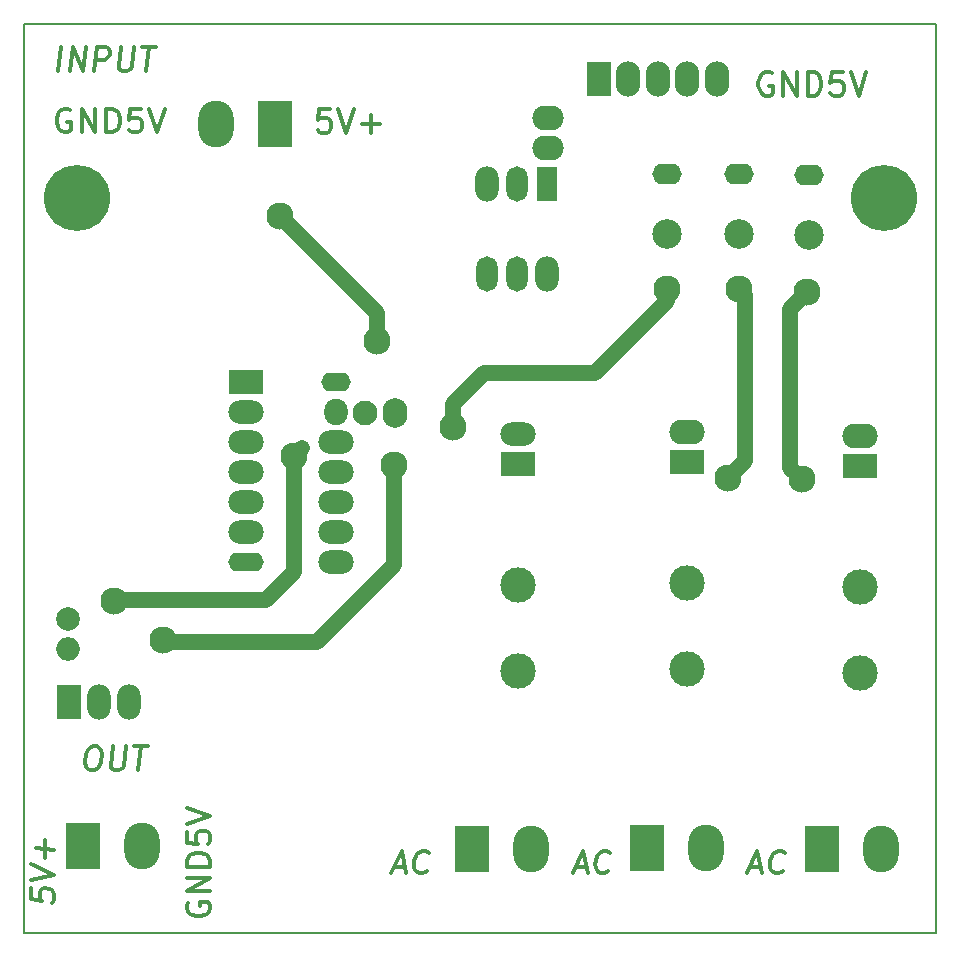
<source format=gbr>
%TF.GenerationSoftware,KiCad,Pcbnew,6.0.11+dfsg-1*%
%TF.CreationDate,2023-04-10T11:57:21-05:00*%
%TF.ProjectId,power_control,706f7765-725f-4636-9f6e-74726f6c2e6b,rev?*%
%TF.SameCoordinates,Original*%
%TF.FileFunction,Copper,L1,Top*%
%TF.FilePolarity,Positive*%
%FSLAX46Y46*%
G04 Gerber Fmt 4.6, Leading zero omitted, Abs format (unit mm)*
G04 Created by KiCad (PCBNEW 6.0.11+dfsg-1) date 2023-04-10 11:57:21*
%MOMM*%
%LPD*%
G01*
G04 APERTURE LIST*
%TA.AperFunction,NonConductor*%
%ADD10C,0.200000*%
%TD*%
%ADD11C,0.300000*%
%TA.AperFunction,NonConductor*%
%ADD12C,0.300000*%
%TD*%
%TA.AperFunction,ComponentPad*%
%ADD13R,3.000000X3.960000*%
%TD*%
%TA.AperFunction,ComponentPad*%
%ADD14O,3.000000X3.960000*%
%TD*%
%TA.AperFunction,ComponentPad*%
%ADD15C,2.500000*%
%TD*%
%TA.AperFunction,ComponentPad*%
%ADD16O,2.500000X1.750000*%
%TD*%
%TA.AperFunction,ComponentPad*%
%ADD17C,5.600000*%
%TD*%
%TA.AperFunction,ComponentPad*%
%ADD18R,1.800000X3.000000*%
%TD*%
%TA.AperFunction,ComponentPad*%
%ADD19O,1.800000X3.000000*%
%TD*%
%TA.AperFunction,ComponentPad*%
%ADD20O,2.000000X3.000000*%
%TD*%
%TA.AperFunction,ComponentPad*%
%ADD21C,3.000000*%
%TD*%
%TA.AperFunction,ComponentPad*%
%ADD22R,3.000000X2.000000*%
%TD*%
%TA.AperFunction,ComponentPad*%
%ADD23O,3.000000X2.100000*%
%TD*%
%TA.AperFunction,ComponentPad*%
%ADD24O,3.000000X2.000000*%
%TD*%
%TA.AperFunction,ComponentPad*%
%ADD25O,3.000000X1.600000*%
%TD*%
%TA.AperFunction,ComponentPad*%
%ADD26O,2.000000X2.250000*%
%TD*%
%TA.AperFunction,ComponentPad*%
%ADD27O,2.500000X1.600000*%
%TD*%
%TA.AperFunction,ComponentPad*%
%ADD28C,2.100000*%
%TD*%
%TA.AperFunction,ComponentPad*%
%ADD29O,2.100000X2.500000*%
%TD*%
%TA.AperFunction,ComponentPad*%
%ADD30R,2.000000X3.000000*%
%TD*%
%TA.AperFunction,ComponentPad*%
%ADD31R,2.050000X3.000000*%
%TD*%
%TA.AperFunction,ComponentPad*%
%ADD32O,2.050000X3.000000*%
%TD*%
%TA.AperFunction,ComponentPad*%
%ADD33R,3.000000X2.100000*%
%TD*%
%TA.AperFunction,ComponentPad*%
%ADD34C,2.000000*%
%TD*%
%TA.AperFunction,ComponentPad*%
%ADD35O,2.000000X2.000000*%
%TD*%
%TA.AperFunction,ComponentPad*%
%ADD36O,2.650000X2.100000*%
%TD*%
%TA.AperFunction,ViaPad*%
%ADD37C,2.300000*%
%TD*%
%TA.AperFunction,Conductor*%
%ADD38C,1.330000*%
%TD*%
G04 APERTURE END LIST*
D10*
X203894000Y-38603000D02*
X126647000Y-38603000D01*
X126647000Y-38603000D02*
X126647000Y-115600000D01*
X126647000Y-115600000D02*
X203894000Y-115600000D01*
X203894000Y-115600000D02*
X203894000Y-38603000D01*
D11*
D12*
X130566666Y-45900000D02*
X130376190Y-45804761D01*
X130090476Y-45804761D01*
X129804761Y-45900000D01*
X129614285Y-46090476D01*
X129519047Y-46280952D01*
X129423809Y-46661904D01*
X129423809Y-46947619D01*
X129519047Y-47328571D01*
X129614285Y-47519047D01*
X129804761Y-47709523D01*
X130090476Y-47804761D01*
X130280952Y-47804761D01*
X130566666Y-47709523D01*
X130661904Y-47614285D01*
X130661904Y-46947619D01*
X130280952Y-46947619D01*
X131519047Y-47804761D02*
X131519047Y-45804761D01*
X132661904Y-47804761D01*
X132661904Y-45804761D01*
X133614285Y-47804761D02*
X133614285Y-45804761D01*
X134090476Y-45804761D01*
X134376190Y-45900000D01*
X134566666Y-46090476D01*
X134661904Y-46280952D01*
X134757142Y-46661904D01*
X134757142Y-46947619D01*
X134661904Y-47328571D01*
X134566666Y-47519047D01*
X134376190Y-47709523D01*
X134090476Y-47804761D01*
X133614285Y-47804761D01*
X136566666Y-45804761D02*
X135614285Y-45804761D01*
X135519047Y-46757142D01*
X135614285Y-46661904D01*
X135804761Y-46566666D01*
X136280952Y-46566666D01*
X136471428Y-46661904D01*
X136566666Y-46757142D01*
X136661904Y-46947619D01*
X136661904Y-47423809D01*
X136566666Y-47614285D01*
X136471428Y-47709523D01*
X136280952Y-47804761D01*
X135804761Y-47804761D01*
X135614285Y-47709523D01*
X135519047Y-47614285D01*
X137233333Y-45804761D02*
X137900000Y-47804761D01*
X138566666Y-45804761D01*
D11*
D12*
X173339198Y-110016666D02*
X174243960Y-110016666D01*
X173090388Y-110559523D02*
X173961222Y-108659523D01*
X174357055Y-110559523D01*
X176098722Y-110378571D02*
X175996936Y-110469047D01*
X175714198Y-110559523D01*
X175533245Y-110559523D01*
X175273126Y-110469047D01*
X175114793Y-110288095D01*
X175046936Y-110107142D01*
X175001698Y-109745238D01*
X175035626Y-109473809D01*
X175171341Y-109111904D01*
X175284436Y-108930952D01*
X175488007Y-108750000D01*
X175770745Y-108659523D01*
X175951698Y-108659523D01*
X176211817Y-108750000D01*
X176290983Y-108840476D01*
D11*
D12*
X140500000Y-113033333D02*
X140404761Y-113223809D01*
X140404761Y-113509523D01*
X140500000Y-113795238D01*
X140690476Y-113985714D01*
X140880952Y-114080952D01*
X141261904Y-114176190D01*
X141547619Y-114176190D01*
X141928571Y-114080952D01*
X142119047Y-113985714D01*
X142309523Y-113795238D01*
X142404761Y-113509523D01*
X142404761Y-113319047D01*
X142309523Y-113033333D01*
X142214285Y-112938095D01*
X141547619Y-112938095D01*
X141547619Y-113319047D01*
X142404761Y-112080952D02*
X140404761Y-112080952D01*
X142404761Y-110938095D01*
X140404761Y-110938095D01*
X142404761Y-109985714D02*
X140404761Y-109985714D01*
X140404761Y-109509523D01*
X140500000Y-109223809D01*
X140690476Y-109033333D01*
X140880952Y-108938095D01*
X141261904Y-108842857D01*
X141547619Y-108842857D01*
X141928571Y-108938095D01*
X142119047Y-109033333D01*
X142309523Y-109223809D01*
X142404761Y-109509523D01*
X142404761Y-109985714D01*
X140404761Y-107033333D02*
X140404761Y-107985714D01*
X141357142Y-108080952D01*
X141261904Y-107985714D01*
X141166666Y-107795238D01*
X141166666Y-107319047D01*
X141261904Y-107128571D01*
X141357142Y-107033333D01*
X141547619Y-106938095D01*
X142023809Y-106938095D01*
X142214285Y-107033333D01*
X142309523Y-107128571D01*
X142404761Y-107319047D01*
X142404761Y-107795238D01*
X142309523Y-107985714D01*
X142214285Y-108080952D01*
X140404761Y-106366666D02*
X142404761Y-105700000D01*
X140404761Y-105033333D01*
D11*
D12*
X157985598Y-110016666D02*
X158890360Y-110016666D01*
X157736788Y-110559523D02*
X158607622Y-108659523D01*
X159003455Y-110559523D01*
X160745122Y-110378571D02*
X160643336Y-110469047D01*
X160360598Y-110559523D01*
X160179645Y-110559523D01*
X159919526Y-110469047D01*
X159761193Y-110288095D01*
X159693336Y-110107142D01*
X159648098Y-109745238D01*
X159682026Y-109473809D01*
X159817741Y-109111904D01*
X159930836Y-108930952D01*
X160134407Y-108750000D01*
X160417145Y-108659523D01*
X160598098Y-108659523D01*
X160858217Y-108750000D01*
X160937383Y-108840476D01*
D11*
D12*
X132460654Y-99804761D02*
X132841607Y-99804761D01*
X133020178Y-99900000D01*
X133186845Y-100090476D01*
X133234464Y-100471428D01*
X133151130Y-101138095D01*
X133008273Y-101519047D01*
X132793988Y-101709523D01*
X132591607Y-101804761D01*
X132210654Y-101804761D01*
X132032083Y-101709523D01*
X131865416Y-101519047D01*
X131817797Y-101138095D01*
X131901130Y-100471428D01*
X132043988Y-100090476D01*
X132258273Y-99900000D01*
X132460654Y-99804761D01*
X134174940Y-99804761D02*
X133972559Y-101423809D01*
X134043988Y-101614285D01*
X134127321Y-101709523D01*
X134305892Y-101804761D01*
X134686845Y-101804761D01*
X134889226Y-101709523D01*
X134996369Y-101614285D01*
X135115416Y-101423809D01*
X135317797Y-99804761D01*
X135984464Y-99804761D02*
X137127321Y-99804761D01*
X136305892Y-101804761D02*
X136555892Y-99804761D01*
D11*
D12*
X188121998Y-110016666D02*
X189026760Y-110016666D01*
X187873188Y-110559523D02*
X188744022Y-108659523D01*
X189139855Y-110559523D01*
X190881522Y-110378571D02*
X190779736Y-110469047D01*
X190496998Y-110559523D01*
X190316045Y-110559523D01*
X190055926Y-110469047D01*
X189897593Y-110288095D01*
X189829736Y-110107142D01*
X189784498Y-109745238D01*
X189818426Y-109473809D01*
X189954141Y-109111904D01*
X190067236Y-108930952D01*
X190270807Y-108750000D01*
X190553545Y-108659523D01*
X190734498Y-108659523D01*
X190994617Y-108750000D01*
X191073783Y-108840476D01*
D11*
D12*
X129553511Y-42604761D02*
X129803511Y-40604761D01*
X130505892Y-42604761D02*
X130755892Y-40604761D01*
X131648750Y-42604761D01*
X131898750Y-40604761D01*
X132601130Y-42604761D02*
X132851130Y-40604761D01*
X133613035Y-40604761D01*
X133791607Y-40700000D01*
X133874940Y-40795238D01*
X133946369Y-40985714D01*
X133910654Y-41271428D01*
X133791607Y-41461904D01*
X133684464Y-41557142D01*
X133482083Y-41652380D01*
X132720178Y-41652380D01*
X134851130Y-40604761D02*
X134648750Y-42223809D01*
X134720178Y-42414285D01*
X134803511Y-42509523D01*
X134982083Y-42604761D01*
X135363035Y-42604761D01*
X135565416Y-42509523D01*
X135672559Y-42414285D01*
X135791607Y-42223809D01*
X135993988Y-40604761D01*
X136660654Y-40604761D02*
X137803511Y-40604761D01*
X136982083Y-42604761D02*
X137232083Y-40604761D01*
D11*
D12*
X127204761Y-111758392D02*
X127204761Y-112710773D01*
X128157142Y-112925059D01*
X128061904Y-112817916D01*
X127966666Y-112615535D01*
X127966666Y-112139345D01*
X128061904Y-111960773D01*
X128157142Y-111877440D01*
X128347619Y-111806011D01*
X128823809Y-111865535D01*
X129014285Y-111984583D01*
X129109523Y-112091726D01*
X129204761Y-112294107D01*
X129204761Y-112770297D01*
X129109523Y-112948869D01*
X129014285Y-113032202D01*
X127204761Y-111091726D02*
X129204761Y-110675059D01*
X127204761Y-109758392D01*
X128442857Y-109246488D02*
X128442857Y-107722678D01*
X129204761Y-108579821D02*
X127680952Y-108389345D01*
D11*
D12*
X152580952Y-45843961D02*
X151628571Y-45843961D01*
X151533333Y-46796342D01*
X151628571Y-46701104D01*
X151819047Y-46605866D01*
X152295238Y-46605866D01*
X152485714Y-46701104D01*
X152580952Y-46796342D01*
X152676190Y-46986819D01*
X152676190Y-47463009D01*
X152580952Y-47653485D01*
X152485714Y-47748723D01*
X152295238Y-47843961D01*
X151819047Y-47843961D01*
X151628571Y-47748723D01*
X151533333Y-47653485D01*
X153247619Y-45843961D02*
X153914285Y-47843961D01*
X154580952Y-45843961D01*
X155247619Y-47082057D02*
X156771428Y-47082057D01*
X156009523Y-47843961D02*
X156009523Y-46320152D01*
D11*
D12*
X189966666Y-42800000D02*
X189776190Y-42704761D01*
X189490476Y-42704761D01*
X189204761Y-42800000D01*
X189014285Y-42990476D01*
X188919047Y-43180952D01*
X188823809Y-43561904D01*
X188823809Y-43847619D01*
X188919047Y-44228571D01*
X189014285Y-44419047D01*
X189204761Y-44609523D01*
X189490476Y-44704761D01*
X189680952Y-44704761D01*
X189966666Y-44609523D01*
X190061904Y-44514285D01*
X190061904Y-43847619D01*
X189680952Y-43847619D01*
X190919047Y-44704761D02*
X190919047Y-42704761D01*
X192061904Y-44704761D01*
X192061904Y-42704761D01*
X193014285Y-44704761D02*
X193014285Y-42704761D01*
X193490476Y-42704761D01*
X193776190Y-42800000D01*
X193966666Y-42990476D01*
X194061904Y-43180952D01*
X194157142Y-43561904D01*
X194157142Y-43847619D01*
X194061904Y-44228571D01*
X193966666Y-44419047D01*
X193776190Y-44609523D01*
X193490476Y-44704761D01*
X193014285Y-44704761D01*
X195966666Y-42704761D02*
X195014285Y-42704761D01*
X194919047Y-43657142D01*
X195014285Y-43561904D01*
X195204761Y-43466666D01*
X195680952Y-43466666D01*
X195871428Y-43561904D01*
X195966666Y-43657142D01*
X196061904Y-43847619D01*
X196061904Y-44323809D01*
X195966666Y-44514285D01*
X195871428Y-44609523D01*
X195680952Y-44704761D01*
X195204761Y-44704761D01*
X195014285Y-44609523D01*
X194919047Y-44514285D01*
X196633333Y-42704761D02*
X197300000Y-44704761D01*
X197966666Y-42704761D01*
D13*
%TO.P,J_wpump1,1,Pin_1*%
%TO.N,Net-(J_wpump1-Pad1)*%
X179411500Y-108439000D03*
D14*
%TO.P,J_wpump1,2,Pin_2*%
%TO.N,Net-(J_wpump1-Pad2)*%
X184411500Y-108439000D03*
%TD*%
D13*
%TO.P,J_fan1,1,Pin_1*%
%TO.N,Net-(J_fan1-Pad1)*%
X194183000Y-108458000D03*
D14*
%TO.P,J_fan1,2,Pin_2*%
%TO.N,Net-(J_fan1-Pad2)*%
X199183000Y-108458000D03*
%TD*%
D15*
%TO.P,R2,1*%
%TO.N,Net-(R2-Pad1)*%
X187198000Y-56388000D03*
D16*
%TO.P,R2,2*%
%TO.N,D27*%
X187198000Y-51308000D03*
%TD*%
D17*
%TO.P,H4,1*%
%TO.N,N/C*%
X131114800Y-53390800D03*
%TD*%
%TO.P,H2,1*%
%TO.N,N/C*%
X199491600Y-53390800D03*
%TD*%
D18*
%TO.P,U3,1*%
%TO.N,Net-(R4-Pad2)*%
X170892400Y-52198100D03*
D19*
%TO.P,U3,2*%
%TO.N,GND5V*%
X168352400Y-52198100D03*
D20*
%TO.P,U3,3,NC*%
%TO.N,unconnected-(U3-Pad3)*%
X165812400Y-52198100D03*
D19*
%TO.P,U3,4*%
%TO.N,GND5V*%
X165812400Y-59818100D03*
%TO.P,U3,5*%
%TO.N,Net-(R6-Pad1)*%
X168352400Y-59818100D03*
D20*
%TO.P,U3,6*%
%TO.N,unconnected-(U3-Pad6)*%
X170892400Y-59818100D03*
%TD*%
D21*
%TO.P,U_wpump1,11*%
%TO.N,Net-(J_wpump1-Pad1)*%
X182765700Y-86004400D03*
%TO.P,U_wpump1,14*%
%TO.N,Net-(J_wpump1-Pad2)*%
X182765700Y-93243400D03*
D22*
%TO.P,U_wpump1,A1*%
%TO.N,Net-(R2-Pad1)*%
X182765700Y-75758400D03*
D23*
%TO.P,U_wpump1,A2*%
%TO.N,GND5V*%
X182765700Y-73177400D03*
%TD*%
D22*
%TO.P,U1,1*%
%TO.N,N/C*%
X145400000Y-68975000D03*
D24*
%TO.P,U1,2*%
X145400000Y-71515000D03*
%TO.P,U1,3*%
%TO.N,unconnected-(U1-Pad3)*%
X145400000Y-74055000D03*
%TO.P,U1,4*%
%TO.N,unconnected-(U1-Pad4)*%
X145400000Y-76595000D03*
%TO.P,U1,5*%
%TO.N,unconnected-(U1-Pad5)*%
X145400000Y-79135000D03*
%TO.P,U1,6*%
%TO.N,unconnected-(U1-Pad6)*%
X145400000Y-81675000D03*
D25*
%TO.P,U1,7,VSS*%
%TO.N,GND5V*%
X145400000Y-84215000D03*
D24*
%TO.P,U1,8*%
%TO.N,unconnected-(U1-Pad8)*%
X153020000Y-84215000D03*
%TO.P,U1,9*%
%TO.N,unconnected-(U1-Pad9)*%
X153020000Y-81675000D03*
%TO.P,U1,10*%
%TO.N,unconnected-(U1-Pad10)*%
X153020000Y-79135000D03*
%TO.P,U1,11*%
%TO.N,unconnected-(U1-Pad11)*%
X153020000Y-76595000D03*
%TO.P,U1,12*%
%TO.N,Net-(R8-Pad1)*%
X153020000Y-74055000D03*
D26*
%TO.P,U1,13*%
%TO.N,Net-(R6-Pad1)*%
X153020000Y-71515000D03*
D27*
%TO.P,U1,14,VDD*%
%TO.N,5v*%
X153020000Y-68975000D03*
%TD*%
D13*
%TO.P,OUT2,1,Pin_1*%
%TO.N,Net-(OUT2-Pad1)*%
X131635000Y-108200000D03*
D14*
%TO.P,OUT2,2,Pin_2*%
%TO.N,GND5V*%
X136635000Y-108200000D03*
%TD*%
D28*
%TO.P,R6,1*%
%TO.N,Net-(R6-Pad1)*%
X155490000Y-71600000D03*
D29*
%TO.P,R6,2*%
%TO.N,5v*%
X158030000Y-71600000D03*
%TD*%
D30*
%TO.P,Q2,1,B*%
%TO.N,Net-(Q2-Pad1)*%
X130460000Y-96000000D03*
D20*
%TO.P,Q2,2,C*%
%TO.N,5v*%
X133000000Y-96000000D03*
%TO.P,Q2,3,E*%
%TO.N,Net-(OUT2-Pad1)*%
X135540000Y-96000000D03*
%TD*%
D31*
%TO.P,J1,1,Pin_1*%
%TO.N,D14*%
X175300000Y-43300000D03*
D32*
%TO.P,J1,2,Pin_2*%
%TO.N,D26*%
X177800000Y-43300000D03*
%TO.P,J1,3,Pin_3*%
%TO.N,D27*%
X180300000Y-43300000D03*
%TO.P,J1,4,Pin_4*%
%TO.N,D33*%
X182800000Y-43300000D03*
%TO.P,J1,5,Pin_5*%
%TO.N,GND5V*%
X185300000Y-43300000D03*
%TD*%
D15*
%TO.P,R1,1*%
%TO.N,Net-(R1-Pad1)*%
X181051200Y-56388000D03*
D16*
%TO.P,R1,2*%
%TO.N,D26*%
X181051200Y-51308000D03*
%TD*%
D21*
%TO.P,U_fan1,11*%
%TO.N,Net-(J_fan1-Pad1)*%
X197446900Y-86309200D03*
%TO.P,U_fan1,14*%
%TO.N,Net-(J_fan1-Pad2)*%
X197446900Y-93548200D03*
D33*
%TO.P,U_fan1,A1*%
%TO.N,Net-(R9-Pad1)*%
X197446900Y-76063200D03*
D23*
%TO.P,U_fan1,A2*%
%TO.N,GND5V*%
X197446900Y-73482200D03*
%TD*%
D15*
%TO.P,R9,1*%
%TO.N,Net-(R9-Pad1)*%
X193090800Y-56489600D03*
D16*
%TO.P,R9,2*%
%TO.N,D33*%
X193090800Y-51409600D03*
%TD*%
D13*
%TO.P,5V1,1,Pin_1*%
%TO.N,5v*%
X147878800Y-47091600D03*
D14*
%TO.P,5V1,2,Pin_2*%
%TO.N,GND5V*%
X142878800Y-47091600D03*
%TD*%
D13*
%TO.P,J_oxygen1,1,Pin_1*%
%TO.N,Net-(J_oxygen1-Pad1)*%
X164545000Y-108458000D03*
D14*
%TO.P,J_oxygen1,2,Pin_2*%
%TO.N,Net-(J_oxygen1-Pad2)*%
X169545000Y-108458000D03*
%TD*%
D34*
%TO.P,R8,1*%
%TO.N,Net-(R8-Pad1)*%
X130400000Y-89035000D03*
D35*
%TO.P,R8,2*%
%TO.N,Net-(Q2-Pad1)*%
X130400000Y-91575000D03*
%TD*%
D21*
%TO.P,U_oxygen1,11*%
%TO.N,Net-(J_oxygen1-Pad1)*%
X168427400Y-86144100D03*
%TO.P,U_oxygen1,14*%
%TO.N,Net-(J_oxygen1-Pad2)*%
X168427400Y-93383100D03*
D22*
%TO.P,U_oxygen1,A1*%
%TO.N,Net-(R1-Pad1)*%
X168427400Y-75898100D03*
D24*
%TO.P,U_oxygen1,A2*%
%TO.N,GND5V*%
X168427400Y-73317100D03*
%TD*%
D36*
%TO.P,R4,1*%
%TO.N,D14*%
X170967400Y-46598100D03*
%TO.P,R4,2*%
%TO.N,Net-(R4-Pad2)*%
X170967400Y-49138100D03*
%TD*%
D37*
%TO.N,5v*%
X158000000Y-76000000D03*
%TO.N,Net-(R8-Pad1)*%
X134250000Y-87500000D03*
X149500000Y-75250000D03*
%TO.N,5v*%
X138419600Y-90830400D03*
X156500000Y-65495000D03*
X148285200Y-54914800D03*
%TO.N,Net-(R1-Pad1)*%
X181051200Y-61112400D03*
X162966400Y-72745600D03*
%TO.N,Net-(R2-Pad1)*%
X186283600Y-77063600D03*
X187147200Y-61061600D03*
%TO.N,Net-(R9-Pad1)*%
X192938400Y-61366400D03*
X192481200Y-77165200D03*
%TD*%
D38*
%TO.N,5v*%
X138419600Y-90830400D02*
X138521200Y-90932000D01*
X138521200Y-90932000D02*
X151485600Y-90932000D01*
X151485600Y-90932000D02*
X158000000Y-84417600D01*
X158000000Y-84417600D02*
X158000000Y-76000000D01*
%TO.N,Net-(R8-Pad1)*%
X147116800Y-87426800D02*
X134323200Y-87426800D01*
X134323200Y-87426800D02*
X134250000Y-87500000D01*
X149500000Y-75250000D02*
X150195000Y-74555000D01*
%TO.N,Net-(Q2-Pad1)*%
X130460000Y-91635000D02*
X130400000Y-91575000D01*
%TO.N,5v*%
X156500000Y-65495000D02*
X156500000Y-63129600D01*
X156500000Y-63129600D02*
X148285200Y-54914800D01*
%TO.N,Net-(R1-Pad1)*%
X162966400Y-70815200D02*
X165608000Y-68173600D01*
X162966400Y-72745600D02*
X162966400Y-70815200D01*
X181051200Y-62128400D02*
X181051200Y-61112400D01*
X165608000Y-68173600D02*
X175006000Y-68173600D01*
X175006000Y-68173600D02*
X181051200Y-62128400D01*
%TO.N,Net-(R2-Pad1)*%
X187706000Y-61620400D02*
X187147200Y-61061600D01*
X187706000Y-75641200D02*
X187706000Y-61620400D01*
X187263700Y-56388000D02*
X187198000Y-56388000D01*
X186283600Y-77063600D02*
X187706000Y-75641200D01*
%TO.N,Net-(R4-Pad2)*%
X170967400Y-52123100D02*
X170892400Y-52198100D01*
%TO.N,Net-(R6-Pad1)*%
X153105000Y-71600000D02*
X153020000Y-71515000D01*
%TO.N,Net-(R8-Pad1)*%
X147116800Y-87426800D02*
X149504400Y-85039200D01*
X149504400Y-85039200D02*
X149504400Y-75590400D01*
%TO.N,Net-(R9-Pad1)*%
X191516000Y-76200000D02*
X191516000Y-62788800D01*
X191516000Y-62788800D02*
X192938400Y-61366400D01*
X192481200Y-77165200D02*
X191516000Y-76200000D01*
%TD*%
M02*

</source>
